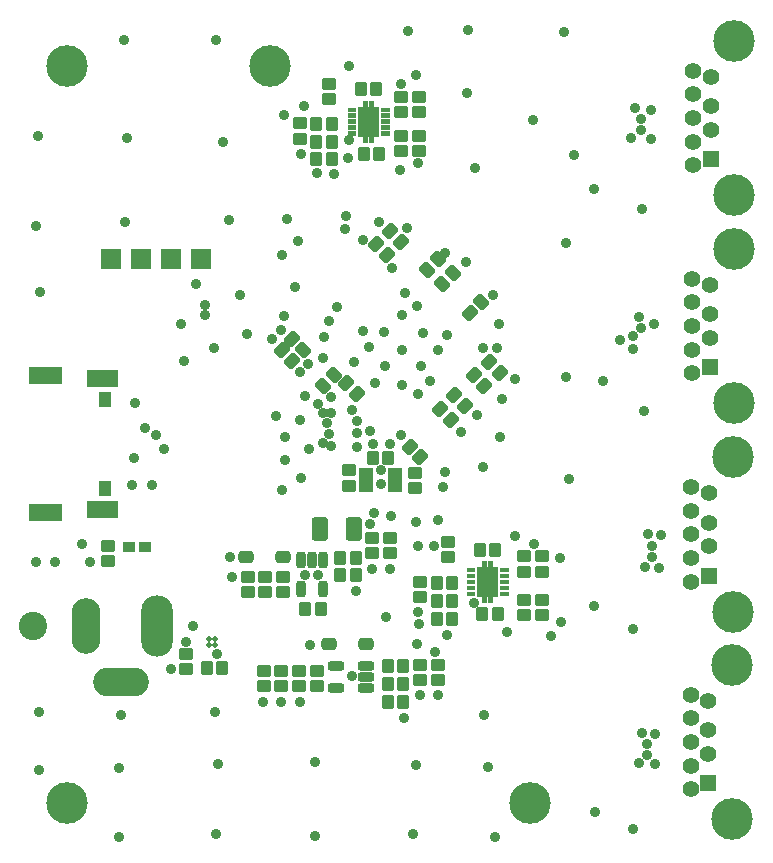
<source format=gbs>
G04*
G04 #@! TF.GenerationSoftware,Altium Limited,Altium Designer,24.0.1 (36)*
G04*
G04 Layer_Color=16711935*
%FSLAX44Y44*%
%MOMM*%
G71*
G04*
G04 #@! TF.SameCoordinates,3B49473D-73B2-42EE-9F38-8EB038721B03*
G04*
G04*
G04 #@! TF.FilePolarity,Negative*
G04*
G01*
G75*
%ADD28R,1.1061X0.9582*%
G04:AMPARAMS|DCode=34|XSize=1.2032mm|YSize=1.0232mm|CornerRadius=0.1426mm|HoleSize=0mm|Usage=FLASHONLY|Rotation=180.000|XOffset=0mm|YOffset=0mm|HoleType=Round|Shape=RoundedRectangle|*
%AMROUNDEDRECTD34*
21,1,1.2032,0.7380,0,0,180.0*
21,1,0.9180,1.0232,0,0,180.0*
1,1,0.2852,-0.4590,0.3690*
1,1,0.2852,0.4590,0.3690*
1,1,0.2852,0.4590,-0.3690*
1,1,0.2852,-0.4590,-0.3690*
%
%ADD34ROUNDEDRECTD34*%
G04:AMPARAMS|DCode=41|XSize=1.1532mm|YSize=1.0032mm|CornerRadius=0.1416mm|HoleSize=0mm|Usage=FLASHONLY|Rotation=180.000|XOffset=0mm|YOffset=0mm|HoleType=Round|Shape=RoundedRectangle|*
%AMROUNDEDRECTD41*
21,1,1.1532,0.7200,0,0,180.0*
21,1,0.8700,1.0032,0,0,180.0*
1,1,0.2832,-0.4350,0.3600*
1,1,0.2832,0.4350,0.3600*
1,1,0.2832,0.4350,-0.3600*
1,1,0.2832,-0.4350,-0.3600*
%
%ADD41ROUNDEDRECTD41*%
G04:AMPARAMS|DCode=42|XSize=1.2032mm|YSize=1.0232mm|CornerRadius=0.1426mm|HoleSize=0mm|Usage=FLASHONLY|Rotation=90.000|XOffset=0mm|YOffset=0mm|HoleType=Round|Shape=RoundedRectangle|*
%AMROUNDEDRECTD42*
21,1,1.2032,0.7380,0,0,90.0*
21,1,0.9180,1.0232,0,0,90.0*
1,1,0.2852,0.3690,0.4590*
1,1,0.2852,0.3690,-0.4590*
1,1,0.2852,-0.3690,-0.4590*
1,1,0.2852,-0.3690,0.4590*
%
%ADD42ROUNDEDRECTD42*%
%ADD43R,1.7032X1.7032*%
%ADD44C,3.5192*%
%ADD45C,0.7532*%
%ADD46C,0.9032*%
%ADD47R,1.4112X1.4112*%
%ADD48C,1.4112*%
%ADD49C,2.4032*%
%ADD50O,4.7032X2.4532*%
%ADD51O,2.4532X4.7032*%
%ADD52O,2.7032X5.2032*%
G04:AMPARAMS|DCode=79|XSize=1.4132mm|YSize=0.7932mm|CornerRadius=0.2491mm|HoleSize=0mm|Usage=FLASHONLY|Rotation=180.000|XOffset=0mm|YOffset=0mm|HoleType=Round|Shape=RoundedRectangle|*
%AMROUNDEDRECTD79*
21,1,1.4132,0.2950,0,0,180.0*
21,1,0.9150,0.7932,0,0,180.0*
1,1,0.4982,-0.4575,0.1475*
1,1,0.4982,0.4575,0.1475*
1,1,0.4982,0.4575,-0.1475*
1,1,0.4982,-0.4575,-0.1475*
%
%ADD79ROUNDEDRECTD79*%
G04:AMPARAMS|DCode=80|XSize=1.9532mm|YSize=1.3532mm|CornerRadius=0.1878mm|HoleSize=0mm|Usage=FLASHONLY|Rotation=270.000|XOffset=0mm|YOffset=0mm|HoleType=Round|Shape=RoundedRectangle|*
%AMROUNDEDRECTD80*
21,1,1.9532,0.9775,0,0,270.0*
21,1,1.5775,1.3532,0,0,270.0*
1,1,0.3757,-0.4888,-0.7887*
1,1,0.3757,-0.4888,0.7887*
1,1,0.3757,0.4888,0.7887*
1,1,0.3757,0.4888,-0.7887*
%
%ADD80ROUNDEDRECTD80*%
G04:AMPARAMS|DCode=81|XSize=1.1532mm|YSize=1.0032mm|CornerRadius=0.1416mm|HoleSize=0mm|Usage=FLASHONLY|Rotation=90.000|XOffset=0mm|YOffset=0mm|HoleType=Round|Shape=RoundedRectangle|*
%AMROUNDEDRECTD81*
21,1,1.1532,0.7200,0,0,90.0*
21,1,0.8700,1.0032,0,0,90.0*
1,1,0.2832,0.3600,0.4350*
1,1,0.2832,0.3600,-0.4350*
1,1,0.2832,-0.3600,-0.4350*
1,1,0.2832,-0.3600,0.4350*
%
%ADD81ROUNDEDRECTD81*%
%ADD82C,0.4732*%
G04:AMPARAMS|DCode=83|XSize=1.3232mm|YSize=1.0632mm|CornerRadius=0.3209mm|HoleSize=0mm|Usage=FLASHONLY|Rotation=180.000|XOffset=0mm|YOffset=0mm|HoleType=Round|Shape=RoundedRectangle|*
%AMROUNDEDRECTD83*
21,1,1.3232,0.4214,0,0,180.0*
21,1,0.6814,1.0632,0,0,180.0*
1,1,0.6418,-0.3407,0.2107*
1,1,0.6418,0.3407,0.2107*
1,1,0.6418,0.3407,-0.2107*
1,1,0.6418,-0.3407,-0.2107*
%
%ADD83ROUNDEDRECTD83*%
G04:AMPARAMS|DCode=84|XSize=1.4132mm|YSize=0.7932mm|CornerRadius=0.2491mm|HoleSize=0mm|Usage=FLASHONLY|Rotation=270.000|XOffset=0mm|YOffset=0mm|HoleType=Round|Shape=RoundedRectangle|*
%AMROUNDEDRECTD84*
21,1,1.4132,0.2950,0,0,270.0*
21,1,0.9150,0.7932,0,0,270.0*
1,1,0.4982,-0.1475,-0.4575*
1,1,0.4982,-0.1475,0.4575*
1,1,0.4982,0.1475,0.4575*
1,1,0.4982,0.1475,-0.4575*
%
%ADD84ROUNDEDRECTD84*%
G04:AMPARAMS|DCode=85|XSize=1.2032mm|YSize=1.0232mm|CornerRadius=0.1426mm|HoleSize=0mm|Usage=FLASHONLY|Rotation=135.000|XOffset=0mm|YOffset=0mm|HoleType=Round|Shape=RoundedRectangle|*
%AMROUNDEDRECTD85*
21,1,1.2032,0.7380,0,0,135.0*
21,1,0.9180,1.0232,0,0,135.0*
1,1,0.2852,-0.0636,0.5855*
1,1,0.2852,0.5855,-0.0636*
1,1,0.2852,0.0636,-0.5855*
1,1,0.2852,-0.5855,0.0636*
%
%ADD85ROUNDEDRECTD85*%
%ADD86R,1.2032X2.0032*%
G04:AMPARAMS|DCode=87|XSize=1.2032mm|YSize=1.0232mm|CornerRadius=0.1426mm|HoleSize=0mm|Usage=FLASHONLY|Rotation=225.000|XOffset=0mm|YOffset=0mm|HoleType=Round|Shape=RoundedRectangle|*
%AMROUNDEDRECTD87*
21,1,1.2032,0.7380,0,0,225.0*
21,1,0.9180,1.0232,0,0,225.0*
1,1,0.2852,-0.5855,-0.0636*
1,1,0.2852,0.0636,0.5855*
1,1,0.2852,0.5855,0.0636*
1,1,0.2852,-0.0636,-0.5855*
%
%ADD87ROUNDEDRECTD87*%
G36*
X337250Y805750D02*
X326749D01*
Y818745D01*
X337250D01*
Y805750D01*
D02*
G37*
G36*
X343000Y787500D02*
X316993D01*
Y801475D01*
X343000D01*
Y787500D01*
D02*
G37*
G36*
X295500Y784500D02*
X267440D01*
Y799452D01*
X295500D01*
Y784500D01*
D02*
G37*
G36*
X660450Y745950D02*
X664950D01*
Y720550D01*
X660450D01*
Y715550D01*
X656550D01*
Y720550D01*
X655450D01*
Y715550D01*
X651550D01*
Y720550D01*
X647050D01*
Y745950D01*
X651550D01*
Y750950D01*
X655450D01*
Y745950D01*
X656550D01*
Y750950D01*
X660450D01*
Y745950D01*
D02*
G37*
G36*
X673700Y741350D02*
X666300D01*
Y745150D01*
X673700D01*
Y741350D01*
D02*
G37*
G36*
X645700D02*
X638300D01*
Y745150D01*
X645700D01*
Y741350D01*
D02*
G37*
G36*
X673700Y736350D02*
X666300D01*
Y740150D01*
X673700D01*
Y736350D01*
D02*
G37*
G36*
X645700D02*
X638300D01*
Y740150D01*
X645700D01*
Y736350D01*
D02*
G37*
G36*
X673700Y731350D02*
X666300D01*
Y735150D01*
X673700D01*
Y731350D01*
D02*
G37*
G36*
X645700D02*
X638300D01*
Y735150D01*
X645700D01*
Y731350D01*
D02*
G37*
G36*
X673700Y726350D02*
X666300D01*
Y730150D01*
X673700D01*
Y726350D01*
D02*
G37*
G36*
X645700D02*
X638300D01*
Y730150D01*
X645700D01*
Y726350D01*
D02*
G37*
G36*
X673700Y721350D02*
X666300D01*
Y725150D01*
X673700D01*
Y721350D01*
D02*
G37*
G36*
X645700D02*
X638300D01*
Y725150D01*
X645700D01*
Y721350D01*
D02*
G37*
G36*
X559700Y1135700D02*
X564200D01*
Y1110300D01*
X559700D01*
Y1105300D01*
X555800D01*
Y1110300D01*
X554700D01*
Y1105300D01*
X550800D01*
Y1110300D01*
X546300D01*
Y1135700D01*
X550800D01*
Y1140700D01*
X554700D01*
Y1135700D01*
X555800D01*
Y1140700D01*
X559700D01*
Y1135700D01*
D02*
G37*
G36*
X572950Y1131100D02*
X565550D01*
Y1134900D01*
X572950D01*
Y1131100D01*
D02*
G37*
G36*
X544950D02*
X537550D01*
Y1134900D01*
X544950D01*
Y1131100D01*
D02*
G37*
G36*
X572950Y1126100D02*
X565550D01*
Y1129900D01*
X572950D01*
Y1126100D01*
D02*
G37*
G36*
X544950D02*
X537550D01*
Y1129900D01*
X544950D01*
Y1126100D01*
D02*
G37*
G36*
X572950Y1121100D02*
X565550D01*
Y1124900D01*
X572950D01*
Y1121100D01*
D02*
G37*
G36*
X544950D02*
X537550D01*
Y1124900D01*
X544950D01*
Y1121100D01*
D02*
G37*
G36*
X572950Y1116100D02*
X565550D01*
Y1119900D01*
X572950D01*
Y1116100D01*
D02*
G37*
G36*
X544950D02*
X537550D01*
Y1119900D01*
X544950D01*
Y1116100D01*
D02*
G37*
G36*
X572950Y1111100D02*
X565550D01*
Y1114900D01*
X572950D01*
Y1111100D01*
D02*
G37*
G36*
X544950D02*
X537550D01*
Y1114900D01*
X544950D01*
Y1111100D01*
D02*
G37*
G36*
X295500Y900500D02*
X267457D01*
Y915545D01*
X295500D01*
Y900500D01*
D02*
G37*
G36*
X343000Y898500D02*
X316984D01*
Y912577D01*
X343000D01*
Y898500D01*
D02*
G37*
G36*
X337250Y881250D02*
X326745D01*
Y894318D01*
X337250D01*
Y881250D01*
D02*
G37*
D28*
X351989Y762500D02*
D03*
X365511D02*
D03*
D34*
X597500Y1097750D02*
D03*
Y1110750D02*
D03*
Y1144000D02*
D03*
Y1131000D02*
D03*
X702250Y705000D02*
D03*
Y718000D02*
D03*
X702000Y755000D02*
D03*
Y742000D02*
D03*
X401000Y659500D02*
D03*
Y672500D02*
D03*
X613750Y650250D02*
D03*
Y663250D02*
D03*
X598500Y650250D02*
D03*
Y663250D02*
D03*
X573250Y757750D02*
D03*
Y770750D02*
D03*
X558500Y757750D02*
D03*
Y770750D02*
D03*
X482750Y737750D02*
D03*
Y724750D02*
D03*
X496250Y645000D02*
D03*
Y658000D02*
D03*
X481250Y645000D02*
D03*
Y658000D02*
D03*
X466250Y645000D02*
D03*
Y658000D02*
D03*
X452750Y737750D02*
D03*
Y724750D02*
D03*
X467750Y737750D02*
D03*
Y724750D02*
D03*
X538250Y827750D02*
D03*
Y814750D02*
D03*
X594750Y825750D02*
D03*
Y812750D02*
D03*
X335000Y751000D02*
D03*
Y764000D02*
D03*
D41*
X522000Y1154750D02*
D03*
Y1141750D02*
D03*
X497000Y1108500D02*
D03*
Y1121500D02*
D03*
X582500Y1144000D02*
D03*
Y1131000D02*
D03*
Y1097750D02*
D03*
Y1110750D02*
D03*
X686500Y705250D02*
D03*
Y718250D02*
D03*
X687000Y755000D02*
D03*
Y742000D02*
D03*
X622750Y767250D02*
D03*
Y754250D02*
D03*
X598500Y720250D02*
D03*
Y733250D02*
D03*
X511500Y658000D02*
D03*
Y645000D02*
D03*
D42*
X511000Y1120750D02*
D03*
X524000D02*
D03*
X511000Y1105750D02*
D03*
X524000D02*
D03*
X511000Y1091000D02*
D03*
X524000D02*
D03*
X612750Y702250D02*
D03*
X625750D02*
D03*
X612750Y732250D02*
D03*
X625750D02*
D03*
X612750Y717250D02*
D03*
X625750D02*
D03*
D43*
X387800Y1006750D02*
D03*
X413200D02*
D03*
X362400D02*
D03*
X337000D02*
D03*
D44*
X300000Y1170250D02*
D03*
X471750D02*
D03*
X691750Y545750D02*
D03*
X300000D02*
D03*
X863000Y532250D02*
D03*
Y663250D02*
D03*
X864750Y1060500D02*
D03*
Y1191500D02*
D03*
X863500Y708000D02*
D03*
Y839000D02*
D03*
X864250Y884500D02*
D03*
Y1015500D02*
D03*
D45*
X332000Y812250D02*
D03*
Y887750D02*
D03*
D46*
X330000Y794500D02*
D03*
Y905500D02*
D03*
X281500Y792000D02*
D03*
Y908000D02*
D03*
X679360Y772500D02*
D03*
X506000Y680250D02*
D03*
X724500Y820500D02*
D03*
X722250Y906750D02*
D03*
X722000Y1020000D02*
D03*
X645250Y1083750D02*
D03*
X484250Y856250D02*
D03*
Y836500D02*
D03*
X371957Y815250D02*
D03*
X583750Y929520D02*
D03*
X614000D02*
D03*
X565500Y816500D02*
D03*
Y828250D02*
D03*
X653000Y620500D02*
D03*
X345234Y620430D02*
D03*
X425250Y623500D02*
D03*
X427750Y579250D02*
D03*
X510000Y581000D02*
D03*
X595250Y578000D02*
D03*
X656250Y576500D02*
D03*
X662500Y517250D02*
D03*
X593000Y519750D02*
D03*
X510250Y518250D02*
D03*
X426250Y519500D02*
D03*
X344250Y517750D02*
D03*
X344000Y575500D02*
D03*
X276250Y574000D02*
D03*
Y622750D02*
D03*
X277149Y979053D02*
D03*
X437250Y1039500D02*
D03*
X349000Y1038000D02*
D03*
X273750Y1034250D02*
D03*
X275000Y1110500D02*
D03*
X350500Y1109500D02*
D03*
X432250Y1105500D02*
D03*
X348000Y1192000D02*
D03*
X425750Y1191750D02*
D03*
X694750Y1124500D02*
D03*
X588750Y1199750D02*
D03*
X638500Y1147500D02*
D03*
X639500Y1201000D02*
D03*
X728750Y1094500D02*
D03*
X721000Y1199250D02*
D03*
X424170Y931000D02*
D03*
X406500Y696156D02*
D03*
X796500Y951750D02*
D03*
X783750Y957750D02*
D03*
X516770Y851000D02*
D03*
X523701Y848750D02*
D03*
X521541Y858946D02*
D03*
X520332Y867864D02*
D03*
X541581Y878750D02*
D03*
X523313Y889750D02*
D03*
X512384Y884116D02*
D03*
X516974Y876374D02*
D03*
X523701Y876210D02*
D03*
X556726Y860694D02*
D03*
X496819Y870069D02*
D03*
X501000Y890890D02*
D03*
X652238Y830738D02*
D03*
X545713Y869249D02*
D03*
X600000Y915750D02*
D03*
X568000Y945000D02*
D03*
X601250Y944250D02*
D03*
X568750Y915980D02*
D03*
X555912Y932412D02*
D03*
X583750Y959500D02*
D03*
X583500Y899750D02*
D03*
X528583Y966158D02*
D03*
X521791Y953917D02*
D03*
X550084Y946145D02*
D03*
X543013Y919753D02*
D03*
X560691Y902075D02*
D03*
X596753Y892405D02*
D03*
X586147Y977965D02*
D03*
X596529Y967297D02*
D03*
X607360Y903012D02*
D03*
X621280Y942546D02*
D03*
X517525Y940296D02*
D03*
X717750Y699000D02*
D03*
X660338Y976338D02*
D03*
X356517Y838291D02*
D03*
X382218Y846172D02*
D03*
X375010Y857508D02*
D03*
X496770Y910750D02*
D03*
X481750Y811000D02*
D03*
X516250Y922928D02*
D03*
X417000Y959500D02*
D03*
X398626Y920717D02*
D03*
X365500Y864000D02*
D03*
X538750Y1169980D02*
D03*
X511500Y1079750D02*
D03*
X538750Y1107520D02*
D03*
X537750Y1092500D02*
D03*
X595250Y1162750D02*
D03*
X582500Y1154750D02*
D03*
X596770Y1088000D02*
D03*
X526169Y1078750D02*
D03*
X498000Y1095250D02*
D03*
X582000Y1082000D02*
D03*
X416750Y967670D02*
D03*
X396250Y951250D02*
D03*
X446250Y976250D02*
D03*
X408750Y985750D02*
D03*
X473750Y939000D02*
D03*
X481000Y946500D02*
D03*
X545722Y859463D02*
D03*
X504250Y917500D02*
D03*
X637610Y1004437D02*
D03*
X619730Y1011802D02*
D03*
X785864Y948114D02*
D03*
X779500Y941750D02*
D03*
X535766Y1043250D02*
D03*
X534829Y1032171D02*
D03*
X550777Y1022550D02*
D03*
X574750Y998750D02*
D03*
X665254Y951809D02*
D03*
X618500Y813750D02*
D03*
X312750Y765000D02*
D03*
X582750Y857750D02*
D03*
X558875Y850375D02*
D03*
X802730Y773250D02*
D03*
X779250Y930500D02*
D03*
X768250Y937750D02*
D03*
X786750Y1049250D02*
D03*
X788000Y878250D02*
D03*
X666793Y856043D02*
D03*
X619635Y826635D02*
D03*
X574000Y789500D02*
D03*
X560000Y791250D02*
D03*
X452480Y942838D02*
D03*
X483250Y958500D02*
D03*
X505088Y845548D02*
D03*
X497980Y821000D02*
D03*
X545250Y847250D02*
D03*
X573250Y849750D02*
D03*
X556250Y782750D02*
D03*
X483500Y1129000D02*
D03*
X500500Y1136250D02*
D03*
X587500Y1032750D02*
D03*
X564000Y1038000D02*
D03*
X485750Y1040750D02*
D03*
X753750Y903250D02*
D03*
X745989Y1065750D02*
D03*
X779500Y693250D02*
D03*
X745750Y712750D02*
D03*
X492500Y983000D02*
D03*
X495500Y1022000D02*
D03*
X482000Y1009750D02*
D03*
X611000Y763750D02*
D03*
X595000Y784270D02*
D03*
X596750Y764000D02*
D03*
X614000Y786000D02*
D03*
X273750Y750500D02*
D03*
X672750Y690500D02*
D03*
X695250Y765250D02*
D03*
X717250Y753500D02*
D03*
X710000Y687500D02*
D03*
X622000Y688500D02*
D03*
X611750Y674000D02*
D03*
X570250Y703250D02*
D03*
X596500Y680500D02*
D03*
X597500Y697750D02*
D03*
X597000Y707750D02*
D03*
X427213Y672537D02*
D03*
X388250Y659250D02*
D03*
X747250Y538250D02*
D03*
X779000Y523750D02*
D03*
X800750Y745500D02*
D03*
X789000Y746250D02*
D03*
X791750Y773750D02*
D03*
X795270Y764020D02*
D03*
X795141Y754575D02*
D03*
X777500Y1109000D02*
D03*
X794000Y1108000D02*
D03*
Y1133250D02*
D03*
X780500Y1134500D02*
D03*
X786250Y1125000D02*
D03*
Y1115864D02*
D03*
X667750Y887750D02*
D03*
X679250Y905000D02*
D03*
X633532Y860032D02*
D03*
X664250Y931250D02*
D03*
X651734Y931174D02*
D03*
X791000Y586750D02*
D03*
X791199Y595947D02*
D03*
X797750Y579000D02*
D03*
X783750Y579750D02*
D03*
X798000Y604250D02*
D03*
X786500Y605250D02*
D03*
X573000Y744250D02*
D03*
X646750Y874250D02*
D03*
X644770Y715101D02*
D03*
X319500Y750500D02*
D03*
X401000Y682500D02*
D03*
X481250Y632000D02*
D03*
X465500Y631500D02*
D03*
X496750Y631750D02*
D03*
X585250Y617750D02*
D03*
X613750Y637750D02*
D03*
X598750Y637250D02*
D03*
X540750Y653250D02*
D03*
X437750Y754000D02*
D03*
X439750Y737250D02*
D03*
X501750Y739250D02*
D03*
X512250D02*
D03*
X544250Y726000D02*
D03*
X558500Y744500D02*
D03*
X477000Y874140D02*
D03*
X289500Y750250D02*
D03*
X355241Y814957D02*
D03*
X357750Y884750D02*
D03*
D47*
X843000Y562750D02*
D03*
X844750Y1091000D02*
D03*
X843500Y738500D02*
D03*
X844250Y915000D02*
D03*
D48*
X843000Y587750D02*
D03*
Y607750D02*
D03*
Y632750D02*
D03*
X828000Y637750D02*
D03*
Y617750D02*
D03*
Y597750D02*
D03*
Y577750D02*
D03*
Y557750D02*
D03*
X844750Y1116000D02*
D03*
Y1136000D02*
D03*
Y1161000D02*
D03*
X829750Y1166000D02*
D03*
Y1146000D02*
D03*
Y1126000D02*
D03*
Y1106000D02*
D03*
Y1086000D02*
D03*
X843500Y763500D02*
D03*
Y783500D02*
D03*
Y808500D02*
D03*
X828500Y813500D02*
D03*
Y793500D02*
D03*
Y773500D02*
D03*
Y753500D02*
D03*
Y733500D02*
D03*
X844250Y940000D02*
D03*
Y960000D02*
D03*
Y985000D02*
D03*
X829250Y990000D02*
D03*
Y970000D02*
D03*
Y950000D02*
D03*
Y930000D02*
D03*
Y910000D02*
D03*
D49*
X270750Y695750D02*
D03*
D50*
X345750Y648750D02*
D03*
D51*
X315750Y695750D02*
D03*
D52*
X375750D02*
D03*
D79*
X527700Y662250D02*
D03*
Y643250D02*
D03*
X552800D02*
D03*
Y652750D02*
D03*
Y662250D02*
D03*
D80*
X514000Y778000D02*
D03*
X542500D02*
D03*
D81*
X551250Y1095750D02*
D03*
X564250D02*
D03*
X548750Y1150250D02*
D03*
X561750D02*
D03*
X651500Y705750D02*
D03*
X664500D02*
D03*
X649250Y760500D02*
D03*
X662250D02*
D03*
X418000Y660250D02*
D03*
X431000D02*
D03*
X544250Y739000D02*
D03*
X531250D02*
D03*
X531250Y753750D02*
D03*
X544250D02*
D03*
X584500Y632000D02*
D03*
X571500D02*
D03*
X571500Y647000D02*
D03*
X584500D02*
D03*
X584500Y662250D02*
D03*
X571500D02*
D03*
X501500Y710750D02*
D03*
X514500D02*
D03*
X572000Y838250D02*
D03*
X559000D02*
D03*
D82*
X425500Y684750D02*
D03*
X420500D02*
D03*
X425500Y679750D02*
D03*
X420500D02*
D03*
D83*
X521500Y680500D02*
D03*
X553000D02*
D03*
X451250Y754750D02*
D03*
X482750D02*
D03*
D84*
X498000Y752050D02*
D03*
X507500D02*
D03*
X517000D02*
D03*
Y726950D02*
D03*
X498000D02*
D03*
D85*
X525692Y908442D02*
D03*
X516500Y899250D02*
D03*
X614096Y1006596D02*
D03*
X604904Y997404D02*
D03*
X499846Y929904D02*
D03*
X626346Y994596D02*
D03*
X617154Y985404D02*
D03*
X650596Y970346D02*
D03*
D86*
X577750Y819750D02*
D03*
X552750D02*
D03*
D87*
X490654Y939096D02*
D03*
X573058Y1030442D02*
D03*
X582250Y1021250D02*
D03*
X481500Y929750D02*
D03*
X490692Y920558D02*
D03*
X599096Y838654D02*
D03*
X589904Y847846D02*
D03*
X666346Y910154D02*
D03*
X657154Y919346D02*
D03*
X641404Y961154D02*
D03*
X636846Y882404D02*
D03*
X627654Y891596D02*
D03*
X536404Y901346D02*
D03*
X545596Y892154D02*
D03*
X561654Y1019596D02*
D03*
X570846Y1010404D02*
D03*
X625250Y870750D02*
D03*
X616058Y879942D02*
D03*
X653346Y899154D02*
D03*
X644154Y908346D02*
D03*
M02*

</source>
